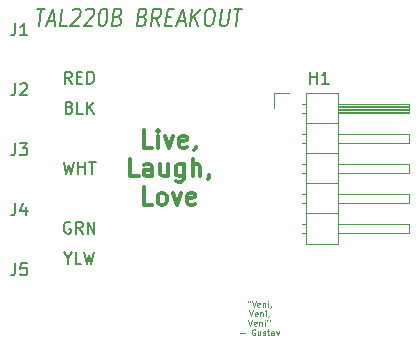
<source format=gto>
%TF.GenerationSoftware,KiCad,Pcbnew,(6.0.5)*%
%TF.CreationDate,2022-05-28T22:26:29+02:00*%
%TF.ProjectId,KitchenWeight,4b697463-6865-46e5-9765-696768742e6b,rev?*%
%TF.SameCoordinates,Original*%
%TF.FileFunction,Legend,Top*%
%TF.FilePolarity,Positive*%
%FSLAX46Y46*%
G04 Gerber Fmt 4.6, Leading zero omitted, Abs format (unit mm)*
G04 Created by KiCad (PCBNEW (6.0.5)) date 2022-05-28 22:26:29*
%MOMM*%
%LPD*%
G01*
G04 APERTURE LIST*
%ADD10C,0.100000*%
%ADD11C,0.300000*%
%ADD12C,0.150000*%
%ADD13C,0.120000*%
%ADD14C,2.000000*%
%ADD15R,4.000000X2.000000*%
%ADD16R,1.700000X1.700000*%
%ADD17O,1.700000X1.700000*%
G04 APERTURE END LIST*
D10*
X115851904Y-51858690D02*
X115851904Y-51953928D01*
X116042380Y-51858690D02*
X116042380Y-51953928D01*
X116185238Y-51858690D02*
X116351904Y-52358690D01*
X116518571Y-51858690D01*
X116875714Y-52334880D02*
X116828095Y-52358690D01*
X116732857Y-52358690D01*
X116685238Y-52334880D01*
X116661428Y-52287261D01*
X116661428Y-52096785D01*
X116685238Y-52049166D01*
X116732857Y-52025357D01*
X116828095Y-52025357D01*
X116875714Y-52049166D01*
X116899523Y-52096785D01*
X116899523Y-52144404D01*
X116661428Y-52192023D01*
X117113809Y-52025357D02*
X117113809Y-52358690D01*
X117113809Y-52072976D02*
X117137619Y-52049166D01*
X117185238Y-52025357D01*
X117256666Y-52025357D01*
X117304285Y-52049166D01*
X117328095Y-52096785D01*
X117328095Y-52358690D01*
X117566190Y-52358690D02*
X117566190Y-52025357D01*
X117566190Y-51858690D02*
X117542380Y-51882500D01*
X117566190Y-51906309D01*
X117590000Y-51882500D01*
X117566190Y-51858690D01*
X117566190Y-51906309D01*
X117828095Y-52334880D02*
X117828095Y-52358690D01*
X117804285Y-52406309D01*
X117780476Y-52430119D01*
X115994761Y-52663690D02*
X116161428Y-53163690D01*
X116328095Y-52663690D01*
X116685238Y-53139880D02*
X116637619Y-53163690D01*
X116542380Y-53163690D01*
X116494761Y-53139880D01*
X116470952Y-53092261D01*
X116470952Y-52901785D01*
X116494761Y-52854166D01*
X116542380Y-52830357D01*
X116637619Y-52830357D01*
X116685238Y-52854166D01*
X116709047Y-52901785D01*
X116709047Y-52949404D01*
X116470952Y-52997023D01*
X116923333Y-52830357D02*
X116923333Y-53163690D01*
X116923333Y-52877976D02*
X116947142Y-52854166D01*
X116994761Y-52830357D01*
X117066190Y-52830357D01*
X117113809Y-52854166D01*
X117137619Y-52901785D01*
X117137619Y-53163690D01*
X117375714Y-53163690D02*
X117375714Y-52830357D01*
X117375714Y-52663690D02*
X117351904Y-52687500D01*
X117375714Y-52711309D01*
X117399523Y-52687500D01*
X117375714Y-52663690D01*
X117375714Y-52711309D01*
X117637619Y-53139880D02*
X117637619Y-53163690D01*
X117613809Y-53211309D01*
X117590000Y-53235119D01*
X115923333Y-53468690D02*
X116090000Y-53968690D01*
X116256666Y-53468690D01*
X116613809Y-53944880D02*
X116566190Y-53968690D01*
X116470952Y-53968690D01*
X116423333Y-53944880D01*
X116399523Y-53897261D01*
X116399523Y-53706785D01*
X116423333Y-53659166D01*
X116470952Y-53635357D01*
X116566190Y-53635357D01*
X116613809Y-53659166D01*
X116637619Y-53706785D01*
X116637619Y-53754404D01*
X116399523Y-53802023D01*
X116851904Y-53635357D02*
X116851904Y-53968690D01*
X116851904Y-53682976D02*
X116875714Y-53659166D01*
X116923333Y-53635357D01*
X116994761Y-53635357D01*
X117042380Y-53659166D01*
X117066190Y-53706785D01*
X117066190Y-53968690D01*
X117304285Y-53968690D02*
X117304285Y-53635357D01*
X117304285Y-53468690D02*
X117280476Y-53492500D01*
X117304285Y-53516309D01*
X117328095Y-53492500D01*
X117304285Y-53468690D01*
X117304285Y-53516309D01*
X117518571Y-53468690D02*
X117518571Y-53563928D01*
X117709047Y-53468690D02*
X117709047Y-53563928D01*
X115220952Y-54583214D02*
X115601904Y-54583214D01*
X116482857Y-54297500D02*
X116435238Y-54273690D01*
X116363809Y-54273690D01*
X116292380Y-54297500D01*
X116244761Y-54345119D01*
X116220952Y-54392738D01*
X116197142Y-54487976D01*
X116197142Y-54559404D01*
X116220952Y-54654642D01*
X116244761Y-54702261D01*
X116292380Y-54749880D01*
X116363809Y-54773690D01*
X116411428Y-54773690D01*
X116482857Y-54749880D01*
X116506666Y-54726071D01*
X116506666Y-54559404D01*
X116411428Y-54559404D01*
X116935238Y-54440357D02*
X116935238Y-54773690D01*
X116720952Y-54440357D02*
X116720952Y-54702261D01*
X116744761Y-54749880D01*
X116792380Y-54773690D01*
X116863809Y-54773690D01*
X116911428Y-54749880D01*
X116935238Y-54726071D01*
X117149523Y-54749880D02*
X117197142Y-54773690D01*
X117292380Y-54773690D01*
X117340000Y-54749880D01*
X117363809Y-54702261D01*
X117363809Y-54678452D01*
X117340000Y-54630833D01*
X117292380Y-54607023D01*
X117220952Y-54607023D01*
X117173333Y-54583214D01*
X117149523Y-54535595D01*
X117149523Y-54511785D01*
X117173333Y-54464166D01*
X117220952Y-54440357D01*
X117292380Y-54440357D01*
X117340000Y-54464166D01*
X117506666Y-54440357D02*
X117697142Y-54440357D01*
X117578095Y-54273690D02*
X117578095Y-54702261D01*
X117601904Y-54749880D01*
X117649523Y-54773690D01*
X117697142Y-54773690D01*
X118078095Y-54773690D02*
X118078095Y-54511785D01*
X118054285Y-54464166D01*
X118006666Y-54440357D01*
X117911428Y-54440357D01*
X117863809Y-54464166D01*
X118078095Y-54749880D02*
X118030476Y-54773690D01*
X117911428Y-54773690D01*
X117863809Y-54749880D01*
X117840000Y-54702261D01*
X117840000Y-54654642D01*
X117863809Y-54607023D01*
X117911428Y-54583214D01*
X118030476Y-54583214D01*
X118078095Y-54559404D01*
X118268571Y-54440357D02*
X118387619Y-54773690D01*
X118506666Y-54440357D01*
D11*
X107755714Y-38903571D02*
X107041428Y-38903571D01*
X107041428Y-37403571D01*
X108255714Y-38903571D02*
X108255714Y-37903571D01*
X108255714Y-37403571D02*
X108184285Y-37475000D01*
X108255714Y-37546428D01*
X108327142Y-37475000D01*
X108255714Y-37403571D01*
X108255714Y-37546428D01*
X108827142Y-37903571D02*
X109184285Y-38903571D01*
X109541428Y-37903571D01*
X110684285Y-38832142D02*
X110541428Y-38903571D01*
X110255714Y-38903571D01*
X110112857Y-38832142D01*
X110041428Y-38689285D01*
X110041428Y-38117857D01*
X110112857Y-37975000D01*
X110255714Y-37903571D01*
X110541428Y-37903571D01*
X110684285Y-37975000D01*
X110755714Y-38117857D01*
X110755714Y-38260714D01*
X110041428Y-38403571D01*
X111470000Y-38832142D02*
X111470000Y-38903571D01*
X111398571Y-39046428D01*
X111327142Y-39117857D01*
X106612857Y-41318571D02*
X105898571Y-41318571D01*
X105898571Y-39818571D01*
X107755714Y-41318571D02*
X107755714Y-40532857D01*
X107684285Y-40390000D01*
X107541428Y-40318571D01*
X107255714Y-40318571D01*
X107112857Y-40390000D01*
X107755714Y-41247142D02*
X107612857Y-41318571D01*
X107255714Y-41318571D01*
X107112857Y-41247142D01*
X107041428Y-41104285D01*
X107041428Y-40961428D01*
X107112857Y-40818571D01*
X107255714Y-40747142D01*
X107612857Y-40747142D01*
X107755714Y-40675714D01*
X109112857Y-40318571D02*
X109112857Y-41318571D01*
X108470000Y-40318571D02*
X108470000Y-41104285D01*
X108541428Y-41247142D01*
X108684285Y-41318571D01*
X108898571Y-41318571D01*
X109041428Y-41247142D01*
X109112857Y-41175714D01*
X110470000Y-40318571D02*
X110470000Y-41532857D01*
X110398571Y-41675714D01*
X110327142Y-41747142D01*
X110184285Y-41818571D01*
X109970000Y-41818571D01*
X109827142Y-41747142D01*
X110470000Y-41247142D02*
X110327142Y-41318571D01*
X110041428Y-41318571D01*
X109898571Y-41247142D01*
X109827142Y-41175714D01*
X109755714Y-41032857D01*
X109755714Y-40604285D01*
X109827142Y-40461428D01*
X109898571Y-40390000D01*
X110041428Y-40318571D01*
X110327142Y-40318571D01*
X110470000Y-40390000D01*
X111184285Y-41318571D02*
X111184285Y-39818571D01*
X111827142Y-41318571D02*
X111827142Y-40532857D01*
X111755714Y-40390000D01*
X111612857Y-40318571D01*
X111398571Y-40318571D01*
X111255714Y-40390000D01*
X111184285Y-40461428D01*
X112612857Y-41247142D02*
X112612857Y-41318571D01*
X112541428Y-41461428D01*
X112470000Y-41532857D01*
X107791428Y-43733571D02*
X107077142Y-43733571D01*
X107077142Y-42233571D01*
X108505714Y-43733571D02*
X108362857Y-43662142D01*
X108291428Y-43590714D01*
X108220000Y-43447857D01*
X108220000Y-43019285D01*
X108291428Y-42876428D01*
X108362857Y-42805000D01*
X108505714Y-42733571D01*
X108720000Y-42733571D01*
X108862857Y-42805000D01*
X108934285Y-42876428D01*
X109005714Y-43019285D01*
X109005714Y-43447857D01*
X108934285Y-43590714D01*
X108862857Y-43662142D01*
X108720000Y-43733571D01*
X108505714Y-43733571D01*
X109505714Y-42733571D02*
X109862857Y-43733571D01*
X110220000Y-42733571D01*
X111362857Y-43662142D02*
X111220000Y-43733571D01*
X110934285Y-43733571D01*
X110791428Y-43662142D01*
X110720000Y-43519285D01*
X110720000Y-42947857D01*
X110791428Y-42805000D01*
X110934285Y-42733571D01*
X111220000Y-42733571D01*
X111362857Y-42805000D01*
X111434285Y-42947857D01*
X111434285Y-43090714D01*
X110720000Y-43233571D01*
D12*
X100623809Y-48236190D02*
X100623809Y-48712380D01*
X100290476Y-47712380D02*
X100623809Y-48236190D01*
X100957142Y-47712380D01*
X101766666Y-48712380D02*
X101290476Y-48712380D01*
X101290476Y-47712380D01*
X102004761Y-47712380D02*
X102242857Y-48712380D01*
X102433333Y-47998095D01*
X102623809Y-48712380D01*
X102861904Y-47712380D01*
X100838095Y-45220000D02*
X100742857Y-45172380D01*
X100600000Y-45172380D01*
X100457142Y-45220000D01*
X100361904Y-45315238D01*
X100314285Y-45410476D01*
X100266666Y-45600952D01*
X100266666Y-45743809D01*
X100314285Y-45934285D01*
X100361904Y-46029523D01*
X100457142Y-46124761D01*
X100600000Y-46172380D01*
X100695238Y-46172380D01*
X100838095Y-46124761D01*
X100885714Y-46077142D01*
X100885714Y-45743809D01*
X100695238Y-45743809D01*
X101885714Y-46172380D02*
X101552380Y-45696190D01*
X101314285Y-46172380D02*
X101314285Y-45172380D01*
X101695238Y-45172380D01*
X101790476Y-45220000D01*
X101838095Y-45267619D01*
X101885714Y-45362857D01*
X101885714Y-45505714D01*
X101838095Y-45600952D01*
X101790476Y-45648571D01*
X101695238Y-45696190D01*
X101314285Y-45696190D01*
X102314285Y-46172380D02*
X102314285Y-45172380D01*
X102885714Y-46172380D01*
X102885714Y-45172380D01*
X100266666Y-40092380D02*
X100504761Y-41092380D01*
X100695238Y-40378095D01*
X100885714Y-41092380D01*
X101123809Y-40092380D01*
X101504761Y-41092380D02*
X101504761Y-40092380D01*
X101504761Y-40568571D02*
X102076190Y-40568571D01*
X102076190Y-41092380D02*
X102076190Y-40092380D01*
X102409523Y-40092380D02*
X102980952Y-40092380D01*
X102695238Y-41092380D02*
X102695238Y-40092380D01*
X100766666Y-35488571D02*
X100909523Y-35536190D01*
X100957142Y-35583809D01*
X101004761Y-35679047D01*
X101004761Y-35821904D01*
X100957142Y-35917142D01*
X100909523Y-35964761D01*
X100814285Y-36012380D01*
X100433333Y-36012380D01*
X100433333Y-35012380D01*
X100766666Y-35012380D01*
X100861904Y-35060000D01*
X100909523Y-35107619D01*
X100957142Y-35202857D01*
X100957142Y-35298095D01*
X100909523Y-35393333D01*
X100861904Y-35440952D01*
X100766666Y-35488571D01*
X100433333Y-35488571D01*
X101909523Y-36012380D02*
X101433333Y-36012380D01*
X101433333Y-35012380D01*
X102242857Y-36012380D02*
X102242857Y-35012380D01*
X102814285Y-36012380D02*
X102385714Y-35440952D01*
X102814285Y-35012380D02*
X102242857Y-35583809D01*
X100957142Y-33472380D02*
X100623809Y-32996190D01*
X100385714Y-33472380D02*
X100385714Y-32472380D01*
X100766666Y-32472380D01*
X100861904Y-32520000D01*
X100909523Y-32567619D01*
X100957142Y-32662857D01*
X100957142Y-32805714D01*
X100909523Y-32900952D01*
X100861904Y-32948571D01*
X100766666Y-32996190D01*
X100385714Y-32996190D01*
X101385714Y-32948571D02*
X101719047Y-32948571D01*
X101861904Y-33472380D02*
X101385714Y-33472380D01*
X101385714Y-32472380D01*
X101861904Y-32472380D01*
X102290476Y-33472380D02*
X102290476Y-32472380D01*
X102528571Y-32472380D01*
X102671428Y-32520000D01*
X102766666Y-32615238D01*
X102814285Y-32710476D01*
X102861904Y-32900952D01*
X102861904Y-33043809D01*
X102814285Y-33234285D01*
X102766666Y-33329523D01*
X102671428Y-33424761D01*
X102528571Y-33472380D01*
X102290476Y-33472380D01*
X98039776Y-27118571D02*
X98725491Y-27118571D01*
X98195133Y-28618571D02*
X98382633Y-27118571D01*
X98934419Y-28190000D02*
X99505848Y-28190000D01*
X98766562Y-28618571D02*
X99354062Y-27118571D01*
X99566562Y-28618571D01*
X100537991Y-28618571D02*
X99966562Y-28618571D01*
X100154062Y-27118571D01*
X101050491Y-27261428D02*
X101116562Y-27190000D01*
X101239776Y-27118571D01*
X101525491Y-27118571D01*
X101630848Y-27190000D01*
X101679062Y-27261428D01*
X101718348Y-27404285D01*
X101700491Y-27547142D01*
X101616562Y-27761428D01*
X100823705Y-28618571D01*
X101566562Y-28618571D01*
X102193348Y-27261428D02*
X102259419Y-27190000D01*
X102382633Y-27118571D01*
X102668348Y-27118571D01*
X102773705Y-27190000D01*
X102821919Y-27261428D01*
X102861205Y-27404285D01*
X102843348Y-27547142D01*
X102759419Y-27761428D01*
X101966562Y-28618571D01*
X102709419Y-28618571D01*
X103639776Y-27118571D02*
X103754062Y-27118571D01*
X103859419Y-27190000D01*
X103907633Y-27261428D01*
X103946919Y-27404285D01*
X103968348Y-27690000D01*
X103923705Y-28047142D01*
X103830848Y-28332857D01*
X103755848Y-28475714D01*
X103689776Y-28547142D01*
X103566562Y-28618571D01*
X103452276Y-28618571D01*
X103346919Y-28547142D01*
X103298705Y-28475714D01*
X103259419Y-28332857D01*
X103237991Y-28047142D01*
X103282633Y-27690000D01*
X103375491Y-27404285D01*
X103450491Y-27261428D01*
X103516562Y-27190000D01*
X103639776Y-27118571D01*
X104864776Y-27832857D02*
X105027276Y-27904285D01*
X105075491Y-27975714D01*
X105114776Y-28118571D01*
X105087991Y-28332857D01*
X105012991Y-28475714D01*
X104946919Y-28547142D01*
X104823705Y-28618571D01*
X104366562Y-28618571D01*
X104554062Y-27118571D01*
X104954062Y-27118571D01*
X105059419Y-27190000D01*
X105107633Y-27261428D01*
X105146919Y-27404285D01*
X105129062Y-27547142D01*
X105054062Y-27690000D01*
X104987991Y-27761428D01*
X104864776Y-27832857D01*
X104464776Y-27832857D01*
X106979062Y-27832857D02*
X107141562Y-27904285D01*
X107189776Y-27975714D01*
X107229062Y-28118571D01*
X107202276Y-28332857D01*
X107127276Y-28475714D01*
X107061205Y-28547142D01*
X106937991Y-28618571D01*
X106480848Y-28618571D01*
X106668348Y-27118571D01*
X107068348Y-27118571D01*
X107173705Y-27190000D01*
X107221919Y-27261428D01*
X107261205Y-27404285D01*
X107243348Y-27547142D01*
X107168348Y-27690000D01*
X107102276Y-27761428D01*
X106979062Y-27832857D01*
X106579062Y-27832857D01*
X108366562Y-28618571D02*
X108055848Y-27904285D01*
X107680848Y-28618571D02*
X107868348Y-27118571D01*
X108325491Y-27118571D01*
X108430848Y-27190000D01*
X108479062Y-27261428D01*
X108518348Y-27404285D01*
X108491562Y-27618571D01*
X108416562Y-27761428D01*
X108350491Y-27832857D01*
X108227276Y-27904285D01*
X107770133Y-27904285D01*
X108979062Y-27832857D02*
X109379062Y-27832857D01*
X109452276Y-28618571D02*
X108880848Y-28618571D01*
X109068348Y-27118571D01*
X109639776Y-27118571D01*
X109962991Y-28190000D02*
X110534419Y-28190000D01*
X109795133Y-28618571D02*
X110382633Y-27118571D01*
X110595133Y-28618571D01*
X110995133Y-28618571D02*
X111182633Y-27118571D01*
X111680848Y-28618571D02*
X111273705Y-27761428D01*
X111868348Y-27118571D02*
X111075491Y-27975714D01*
X112611205Y-27118571D02*
X112839776Y-27118571D01*
X112945133Y-27190000D01*
X113041562Y-27332857D01*
X113062991Y-27618571D01*
X113000491Y-28118571D01*
X112907633Y-28404285D01*
X112775491Y-28547142D01*
X112652276Y-28618571D01*
X112423705Y-28618571D01*
X112318348Y-28547142D01*
X112221919Y-28404285D01*
X112200491Y-28118571D01*
X112262991Y-27618571D01*
X112355848Y-27332857D01*
X112487991Y-27190000D01*
X112611205Y-27118571D01*
X113639776Y-27118571D02*
X113487991Y-28332857D01*
X113527276Y-28475714D01*
X113575491Y-28547142D01*
X113680848Y-28618571D01*
X113909419Y-28618571D01*
X114032633Y-28547142D01*
X114098705Y-28475714D01*
X114173705Y-28332857D01*
X114325491Y-27118571D01*
X114725491Y-27118571D02*
X115411205Y-27118571D01*
X114880848Y-28618571D02*
X115068348Y-27118571D01*
X96186666Y-43612380D02*
X96186666Y-44326666D01*
X96139047Y-44469523D01*
X96043809Y-44564761D01*
X95900952Y-44612380D01*
X95805714Y-44612380D01*
X97091428Y-43945714D02*
X97091428Y-44612380D01*
X96853333Y-43564761D02*
X96615238Y-44279047D01*
X97234285Y-44279047D01*
X96186666Y-48692380D02*
X96186666Y-49406666D01*
X96139047Y-49549523D01*
X96043809Y-49644761D01*
X95900952Y-49692380D01*
X95805714Y-49692380D01*
X97139047Y-48692380D02*
X96662857Y-48692380D01*
X96615238Y-49168571D01*
X96662857Y-49120952D01*
X96758095Y-49073333D01*
X96996190Y-49073333D01*
X97091428Y-49120952D01*
X97139047Y-49168571D01*
X97186666Y-49263809D01*
X97186666Y-49501904D01*
X97139047Y-49597142D01*
X97091428Y-49644761D01*
X96996190Y-49692380D01*
X96758095Y-49692380D01*
X96662857Y-49644761D01*
X96615238Y-49597142D01*
X96186666Y-28372380D02*
X96186666Y-29086666D01*
X96139047Y-29229523D01*
X96043809Y-29324761D01*
X95900952Y-29372380D01*
X95805714Y-29372380D01*
X97186666Y-29372380D02*
X96615238Y-29372380D01*
X96900952Y-29372380D02*
X96900952Y-28372380D01*
X96805714Y-28515238D01*
X96710476Y-28610476D01*
X96615238Y-28658095D01*
X96186666Y-38532380D02*
X96186666Y-39246666D01*
X96139047Y-39389523D01*
X96043809Y-39484761D01*
X95900952Y-39532380D01*
X95805714Y-39532380D01*
X96567619Y-38532380D02*
X97186666Y-38532380D01*
X96853333Y-38913333D01*
X96996190Y-38913333D01*
X97091428Y-38960952D01*
X97139047Y-39008571D01*
X97186666Y-39103809D01*
X97186666Y-39341904D01*
X97139047Y-39437142D01*
X97091428Y-39484761D01*
X96996190Y-39532380D01*
X96710476Y-39532380D01*
X96615238Y-39484761D01*
X96567619Y-39437142D01*
X96186666Y-33452380D02*
X96186666Y-34166666D01*
X96139047Y-34309523D01*
X96043809Y-34404761D01*
X95900952Y-34452380D01*
X95805714Y-34452380D01*
X96615238Y-33547619D02*
X96662857Y-33500000D01*
X96758095Y-33452380D01*
X96996190Y-33452380D01*
X97091428Y-33500000D01*
X97139047Y-33547619D01*
X97186666Y-33642857D01*
X97186666Y-33738095D01*
X97139047Y-33880952D01*
X96567619Y-34452380D01*
X97186666Y-34452380D01*
X121158095Y-33472380D02*
X121158095Y-32472380D01*
X121158095Y-32948571D02*
X121729523Y-32948571D01*
X121729523Y-33472380D02*
X121729523Y-32472380D01*
X122729523Y-33472380D02*
X122158095Y-33472380D01*
X122443809Y-33472380D02*
X122443809Y-32472380D01*
X122348571Y-32615238D01*
X122253333Y-32710476D01*
X122158095Y-32758095D01*
D13*
X97215000Y-46405000D02*
X97215000Y-46280000D01*
X95825000Y-46405000D02*
X95911724Y-46405000D01*
X95825000Y-45035000D02*
X96520000Y-45035000D01*
X95825000Y-46405000D02*
X95825000Y-46280000D01*
X97128276Y-46405000D02*
X97215000Y-46405000D01*
X95825000Y-46405000D02*
X97215000Y-46405000D01*
X95825000Y-45720000D02*
X95825000Y-45035000D01*
X97215000Y-51485000D02*
X97215000Y-51360000D01*
X95825000Y-51485000D02*
X95911724Y-51485000D01*
X95825000Y-50115000D02*
X96520000Y-50115000D01*
X95825000Y-51485000D02*
X95825000Y-51360000D01*
X97128276Y-51485000D02*
X97215000Y-51485000D01*
X95825000Y-51485000D02*
X97215000Y-51485000D01*
X95825000Y-50800000D02*
X95825000Y-50115000D01*
X97215000Y-31165000D02*
X97215000Y-31040000D01*
X95825000Y-31165000D02*
X95911724Y-31165000D01*
X95825000Y-29795000D02*
X96520000Y-29795000D01*
X95825000Y-31165000D02*
X95825000Y-31040000D01*
X97128276Y-31165000D02*
X97215000Y-31165000D01*
X95825000Y-31165000D02*
X97215000Y-31165000D01*
X95825000Y-30480000D02*
X95825000Y-29795000D01*
X97215000Y-41325000D02*
X97215000Y-41200000D01*
X95825000Y-41325000D02*
X95911724Y-41325000D01*
X95825000Y-39955000D02*
X96520000Y-39955000D01*
X95825000Y-41325000D02*
X95825000Y-41200000D01*
X97128276Y-41325000D02*
X97215000Y-41325000D01*
X95825000Y-41325000D02*
X97215000Y-41325000D01*
X95825000Y-40640000D02*
X95825000Y-39955000D01*
X97215000Y-36245000D02*
X97215000Y-36120000D01*
X95825000Y-36245000D02*
X95911724Y-36245000D01*
X95825000Y-34875000D02*
X96520000Y-34875000D01*
X95825000Y-36245000D02*
X95825000Y-36120000D01*
X97128276Y-36245000D02*
X97215000Y-36245000D01*
X95825000Y-36245000D02*
X97215000Y-36245000D01*
X95825000Y-35560000D02*
X95825000Y-34875000D01*
X120422929Y-43560000D02*
X120820000Y-43560000D01*
X129480000Y-43560000D02*
X123480000Y-43560000D01*
X123480000Y-47050000D02*
X123480000Y-34230000D01*
X123480000Y-34230000D02*
X120820000Y-34230000D01*
X120820000Y-39370000D02*
X123480000Y-39370000D01*
X120422929Y-41020000D02*
X120820000Y-41020000D01*
X120820000Y-44450000D02*
X123480000Y-44450000D01*
X120422929Y-40260000D02*
X120820000Y-40260000D01*
X118110000Y-34290000D02*
X119380000Y-34290000D01*
X129480000Y-38480000D02*
X123480000Y-38480000D01*
X120820000Y-36830000D02*
X123480000Y-36830000D01*
X120820000Y-41910000D02*
X123480000Y-41910000D01*
X120490000Y-35940000D02*
X120820000Y-35940000D01*
X120820000Y-34230000D02*
X120820000Y-47050000D01*
X120422929Y-46100000D02*
X120820000Y-46100000D01*
X129480000Y-40260000D02*
X129480000Y-41020000D01*
X123480000Y-37720000D02*
X129480000Y-37720000D01*
X120422929Y-45340000D02*
X120820000Y-45340000D01*
X123480000Y-40260000D02*
X129480000Y-40260000D01*
X129480000Y-41020000D02*
X123480000Y-41020000D01*
X120820000Y-47050000D02*
X123480000Y-47050000D01*
X123480000Y-35600000D02*
X129480000Y-35600000D01*
X129480000Y-35940000D02*
X123480000Y-35940000D01*
X123480000Y-35240000D02*
X129480000Y-35240000D01*
X120422929Y-37720000D02*
X120820000Y-37720000D01*
X123480000Y-35360000D02*
X129480000Y-35360000D01*
X129480000Y-37720000D02*
X129480000Y-38480000D01*
X123480000Y-35480000D02*
X129480000Y-35480000D01*
X120490000Y-35180000D02*
X120820000Y-35180000D01*
X123480000Y-35840000D02*
X129480000Y-35840000D01*
X120422929Y-38480000D02*
X120820000Y-38480000D01*
X123480000Y-35720000D02*
X129480000Y-35720000D01*
X123480000Y-42800000D02*
X129480000Y-42800000D01*
X129480000Y-42800000D02*
X129480000Y-43560000D01*
X129480000Y-35180000D02*
X129480000Y-35940000D01*
X123480000Y-35180000D02*
X129480000Y-35180000D01*
X123480000Y-45340000D02*
X129480000Y-45340000D01*
X118110000Y-35560000D02*
X118110000Y-34290000D01*
X129480000Y-46100000D02*
X123480000Y-46100000D01*
X120422929Y-42800000D02*
X120820000Y-42800000D01*
X129480000Y-45340000D02*
X129480000Y-46100000D01*
%LPC*%
D14*
X91440000Y-53340000D03*
X91440000Y-53340000D03*
X121920000Y-53340000D03*
X121920000Y-53340000D03*
X121920000Y-27940000D03*
X121920000Y-27940000D03*
X91440000Y-27940000D03*
X91440000Y-27940000D03*
D15*
X96520000Y-45720000D03*
X96520000Y-50800000D03*
X96520000Y-30480000D03*
X96520000Y-40640000D03*
X96520000Y-35560000D03*
D16*
X119380000Y-35560000D03*
D17*
X119380000Y-38100000D03*
X119380000Y-40640000D03*
X119380000Y-43180000D03*
X119380000Y-45720000D03*
M02*

</source>
